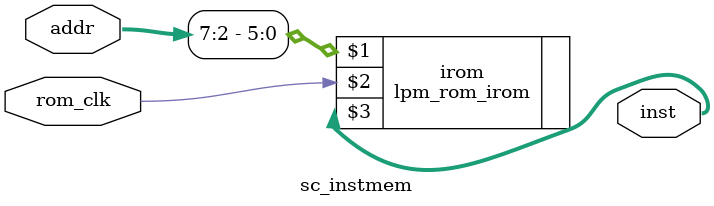
<source format=v>
module sc_instmem (addr,inst,rom_clk);
   input  [31:0] addr;
   input      rom_clk;
   output [31:0] inst;
   
   lpm_rom_irom irom (addr[7:2],rom_clk,inst); 

endmodule 
</source>
